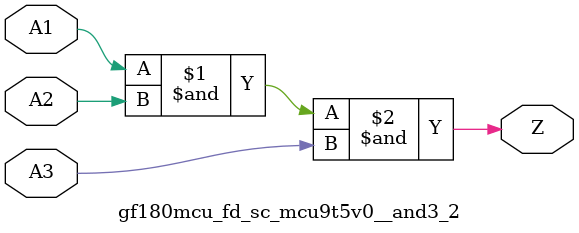
<source format=v>

module gf180mcu_fd_sc_mcu9t5v0__and3_2( A1, A2, A3, Z );
input A1, A2, A3;
output Z;

	and MGM_BG_0( Z, A1, A2, A3 );

endmodule

</source>
